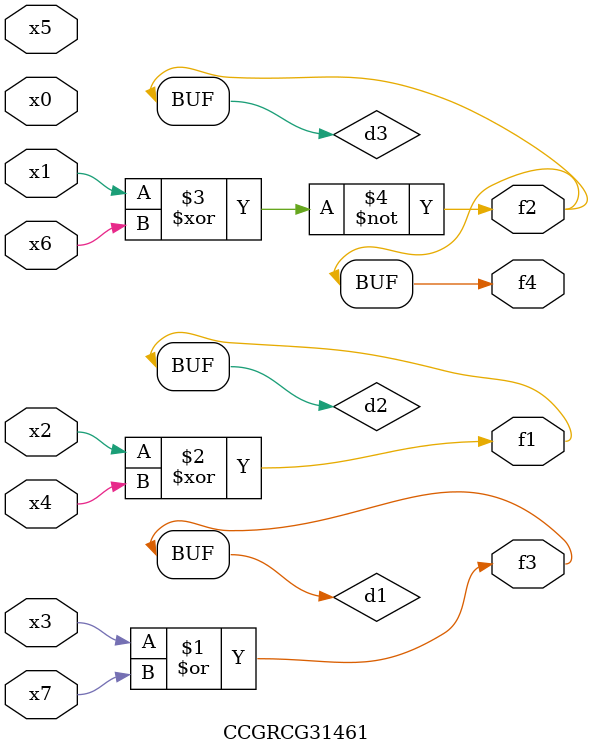
<source format=v>
module CCGRCG31461(
	input x0, x1, x2, x3, x4, x5, x6, x7,
	output f1, f2, f3, f4
);

	wire d1, d2, d3;

	or (d1, x3, x7);
	xor (d2, x2, x4);
	xnor (d3, x1, x6);
	assign f1 = d2;
	assign f2 = d3;
	assign f3 = d1;
	assign f4 = d3;
endmodule

</source>
